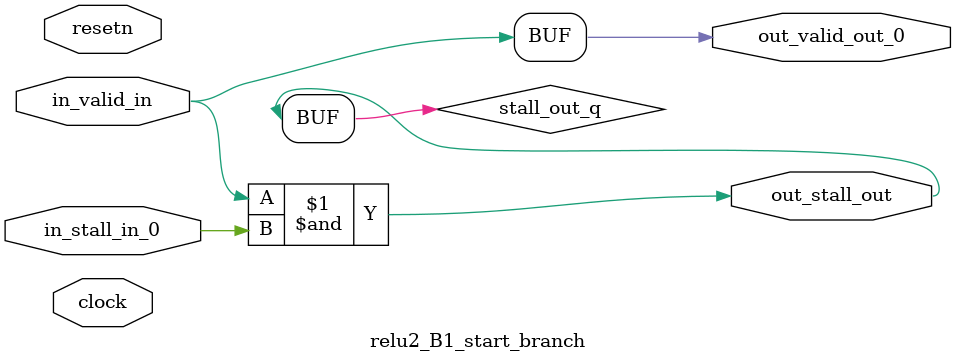
<source format=sv>



(* altera_attribute = "-name AUTO_SHIFT_REGISTER_RECOGNITION OFF; -name MESSAGE_DISABLE 10036; -name MESSAGE_DISABLE 10037; -name MESSAGE_DISABLE 14130; -name MESSAGE_DISABLE 14320; -name MESSAGE_DISABLE 15400; -name MESSAGE_DISABLE 14130; -name MESSAGE_DISABLE 10036; -name MESSAGE_DISABLE 12020; -name MESSAGE_DISABLE 12030; -name MESSAGE_DISABLE 12010; -name MESSAGE_DISABLE 12110; -name MESSAGE_DISABLE 14320; -name MESSAGE_DISABLE 13410; -name MESSAGE_DISABLE 113007; -name MESSAGE_DISABLE 10958" *)
module relu2_B1_start_branch (
    input wire [0:0] in_stall_in_0,
    input wire [0:0] in_valid_in,
    output wire [0:0] out_stall_out,
    output wire [0:0] out_valid_out_0,
    input wire clock,
    input wire resetn
    );

    wire [0:0] stall_out_q;


    // stall_out(LOGICAL,6)
    assign stall_out_q = in_valid_in & in_stall_in_0;

    // out_stall_out(GPOUT,4)
    assign out_stall_out = stall_out_q;

    // out_valid_out_0(GPOUT,5)
    assign out_valid_out_0 = in_valid_in;

endmodule

</source>
